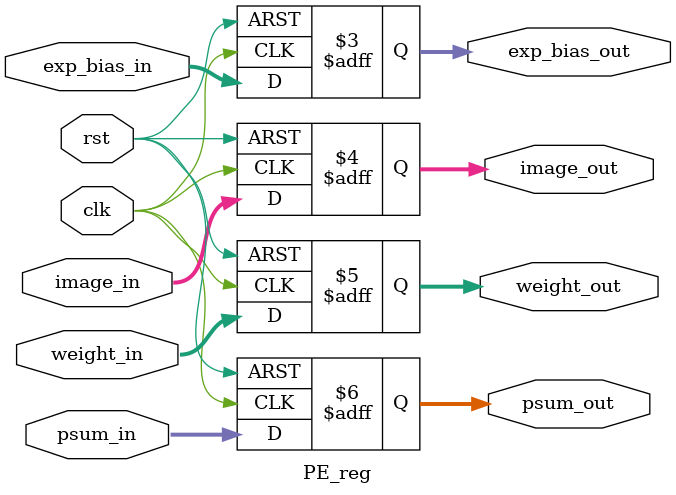
<source format=v>
module PE_reg (input clk, rst, 
               input [4:0] exp_bias_in, 
               input [23:0] image_in, 
               input [35:0] weight_in, 
               input [15:0] psum_in, 
               output reg [4:0] exp_bias_out, 
               output reg [23:0] image_out, 
               output reg [35:0] weight_out, 
               output reg [15:0] psum_out);

    always @(posedge clk or negedge rst) begin
        if (!rst) begin
            exp_bias_out <= 0;
            image_out <= 0;
            weight_out <= 0;
            psum_out <= 0;
        end
        else begin
            exp_bias_out <= exp_bias_in;
            image_out <= image_in;
            weight_out <= weight_in;
            psum_out <= psum_in;
        end
    end
    
endmodule
</source>
